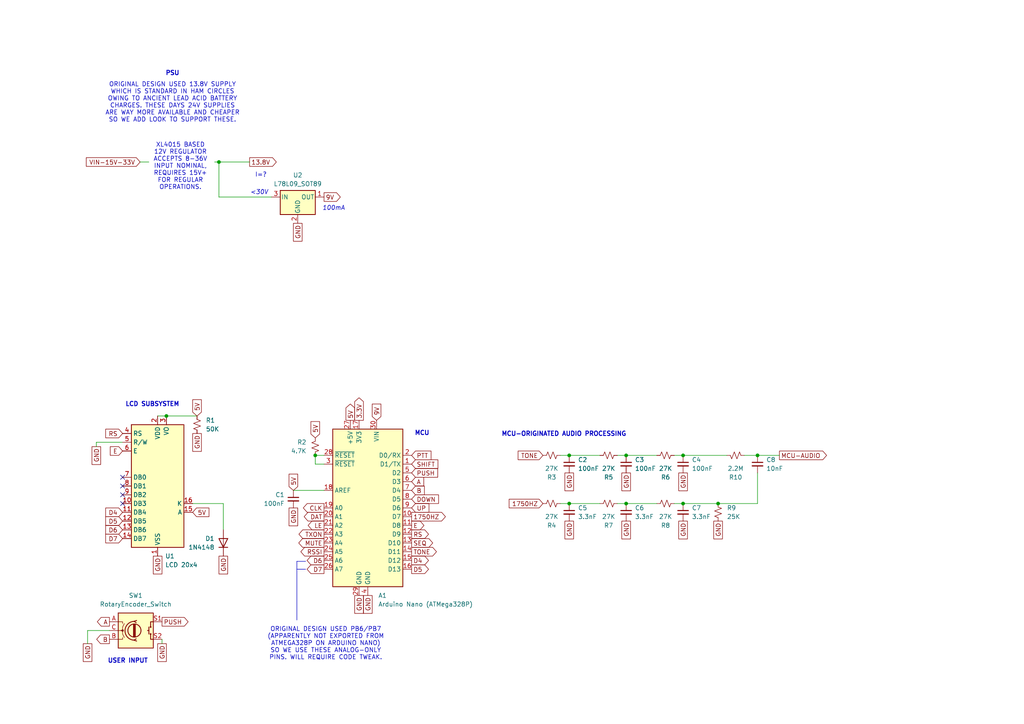
<source format=kicad_sch>
(kicad_sch (version 20231120) (generator "eeschema") (generator_version "8.0")
  (paper "A4")
  (lib_symbols
    (symbol "Device:C_Small" (pin_numbers hide) (pin_names (offset 0.254) hide)
      (property "Reference" "C" (at 0.254 1.778 0))
      (property "Value" "C_Small" (at 0.254 -2.032 0))
      (symbol "C_Small_0_1"
        (polyline (pts (xy -1.524 -0.508) (xy 1.524 -0.508)) (stroke (width 0.3302)))
        (polyline (pts (xy -1.524 0.508) (xy 1.524 0.508)) (stroke (width 0.3048)))
      )
      (symbol "C_Small_1_1"
        (pin passive line (at 0 2.54 270) (length 2.032) (name "~") (number "1"))
        (pin passive line (at 0 -2.54 90) (length 2.032) (name "~") (number "2"))
      )
    )
    (symbol "Device:R_Small_US" (pin_numbers hide) (pin_names (offset 0.254) hide)
      (property "Reference" "R" (at 0.762 0.508 0))
      (property "Value" "R_Small_US" (at 0.762 -1.016 0))
      (symbol "R_Small_US_1_1"
        (polyline (pts (xy 0 0) (xy 1.016 -0.381) (xy 0 -0.762) (xy -1.016 -1.143) (xy 0 -1.524)))
        (polyline (pts (xy 0 1.524) (xy 1.016 1.143) (xy 0 0.762) (xy -1.016 0.381) (xy 0 0)))
        (pin passive line (at 0 2.54 270) (length 1.016) (name "~") (number "1"))
        (pin passive line (at 0 -2.54 90) (length 1.016) (name "~") (number "2"))
      )
    )
    (symbol "Device:RotaryEncoder_Switch" (pin_names (offset 0.254) hide)
      (property "Reference" "SW" (at 0 6.604 0))
      (property "Value" "RotaryEncoder_Switch" (at 0 -6.604 0))
      (symbol "RotaryEncoder_Switch_0_1"
        (rectangle (start -5.08 5.08) (end 5.08 -5.08) (stroke (width 0.254)) (fill (type background)))
        (circle (center -3.81 0) (radius 0.254) (fill (type outline)))
        (circle (center -0.381 0) (radius 1.905) (stroke (width 0.254)))
        (arc (start -0.381 2.667) (mid -3.0988 -0.0635) (end -0.381 -2.794) (stroke (width 0.254)))
        (polyline (pts (xy -0.635 -1.778) (xy -0.635 1.778)) (stroke (width 0.254)))
        (polyline (pts (xy -0.381 -1.778) (xy -0.381 1.778)) (stroke (width 0.254)))
        (polyline (pts (xy -0.127 1.778) (xy -0.127 -1.778)) (stroke (width 0.254)))
        (polyline (pts (xy 3.81 0) (xy 3.429 0)) (stroke (width 0.254)))
        (polyline (pts (xy 3.81 1.016) (xy 3.81 -1.016)) (stroke (width 0.254)))
        (polyline (pts (xy -5.08 -2.54) (xy -3.81 -2.54) (xy -3.81 -2.032)))
        (polyline (pts (xy -5.08 2.54) (xy -3.81 2.54) (xy -3.81 2.032)))
        (polyline (pts (xy 0.254 -3.048) (xy -0.508 -2.794) (xy 0.127 -2.413)) (stroke (width 0.254)))
        (polyline (pts (xy 0.254 2.921) (xy -0.508 2.667) (xy 0.127 2.286)) (stroke (width 0.254)))
        (polyline (pts (xy 5.08 -2.54) (xy 4.318 -2.54) (xy 4.318 -1.016)) (stroke (width 0.254)))
        (polyline (pts (xy 5.08 2.54) (xy 4.318 2.54) (xy 4.318 1.016)) (stroke (width 0.254)))
        (polyline (pts (xy -5.08 0) (xy -3.81 0) (xy -3.81 -1.016) (xy -3.302 -2.032)))
        (polyline (pts (xy -4.318 0) (xy -3.81 0) (xy -3.81 1.016) (xy -3.302 2.032)))
        (circle (center 4.318 -1.016) (radius 0.127) (stroke (width 0.254)))
        (circle (center 4.318 1.016) (radius 0.127) (stroke (width 0.254)))
      )
      (symbol "RotaryEncoder_Switch_1_1"
        (pin passive line (at -7.62 2.54 0) (length 2.54) (name "A") (number "A"))
        (pin passive line (at -7.62 -2.54 0) (length 2.54) (name "B") (number "B"))
        (pin passive line (at -7.62 0 0) (length 2.54) (name "C") (number "C"))
        (pin passive line (at 7.62 2.54 180) (length 2.54) (name "S1") (number "S1"))
        (pin passive line (at 7.62 -2.54 180) (length 2.54) (name "S2") (number "S2"))
      )
    )
    (symbol "Diode:1N4148" (pin_numbers hide) (pin_names hide)
      (property "Reference" "D" (at 0 2.54 0))
      (property "Value" "1N4148" (at 0 -2.54 0))
      (symbol "1N4148_0_1"
        (polyline (pts (xy -1.27 1.27) (xy -1.27 -1.27)) (stroke (width 0.254)))
        (polyline (pts (xy 1.27 0) (xy -1.27 0)))
        (polyline (pts (xy 1.27 1.27) (xy 1.27 -1.27) (xy -1.27 0) (xy 1.27 1.27)) (stroke (width 0.254)))
      )
      (symbol "1N4148_1_1"
        (pin passive line (at -3.81 0 0) (length 2.54) (name "K") (number "1"))
        (pin passive line (at 3.81 0 180) (length 2.54) (name "A") (number "2"))
      )
    )
    (symbol "Display_Character:NHD-0420H1Z"
      (property "Reference" "U" (at -6.35 19.05 0))
      (property "Value" "NHD-0420H1Z" (at 5.08 19.05 0))
      (symbol "NHD-0420H1Z_0_1"
        (rectangle (start -7.62 17.78) (end 7.62 -17.78) (stroke (width 0.254)) (fill (type background)))
      )
      (symbol "NHD-0420H1Z_1_1"
        (pin power_in line (at 0 -20.32 90) (length 2.54) (name "VSS") (number "1"))
        (pin bidirectional line (at -10.16 -5.08 0) (length 2.54) (name "DB3") (number "10"))
        (pin bidirectional line (at -10.16 -7.62 0) (length 2.54) (name "DB4") (number "11"))
        (pin bidirectional line (at -10.16 -10.16 0) (length 2.54) (name "DB5") (number "12"))
        (pin bidirectional line (at -10.16 -12.7 0) (length 2.54) (name "DB6") (number "13"))
        (pin bidirectional line (at -10.16 -15.24 0) (length 2.54) (name "DB7") (number "14"))
        (pin passive line (at 10.16 -7.62 180) (length 2.54) (name "A") (number "15"))
        (pin passive line (at 10.16 -5.08 180) (length 2.54) (name "K") (number "16"))
        (pin power_in line (at 0 20.32 270) (length 2.54) (name "VDD") (number "2"))
        (pin power_in line (at 2.54 20.32 270) (length 2.54) (name "VO") (number "3"))
        (pin input line (at -10.16 15.24 0) (length 2.54) (name "RS") (number "4"))
        (pin input line (at -10.16 12.7 0) (length 2.54) (name "R/W") (number "5"))
        (pin input line (at -10.16 10.16 0) (length 2.54) (name "E") (number "6"))
        (pin bidirectional line (at -10.16 2.54 0) (length 2.54) (name "DB0") (number "7"))
        (pin bidirectional line (at -10.16 0 0) (length 2.54) (name "DB1") (number "8"))
        (pin bidirectional line (at -10.16 -2.54 0) (length 2.54) (name "DB2") (number "9"))
      )
    )
    (symbol "MCU_Module:Arduino_Nano_v3.x"
      (property "Reference" "A" (at -10.16 23.495 0))
      (property "Value" "Arduino_Nano_v3.x" (at 5.08 -24.13 0))
      (symbol "Arduino_Nano_v3.x_0_1"
        (rectangle (start -10.16 22.86) (end 10.16 -22.86) (stroke (width 0.254)) (fill (type background)))
      )
      (symbol "Arduino_Nano_v3.x_1_1"
        (pin bidirectional line (at -12.7 12.7 0) (length 2.54) (name "D1/TX") (number "1"))
        (pin bidirectional line (at -12.7 -2.54 0) (length 2.54) (name "D7") (number "10"))
        (pin bidirectional line (at -12.7 -5.08 0) (length 2.54) (name "D8") (number "11"))
        (pin bidirectional line (at -12.7 -7.62 0) (length 2.54) (name "D9") (number "12"))
        (pin bidirectional line (at -12.7 -10.16 0) (length 2.54) (name "D10") (number "13"))
        (pin bidirectional line (at -12.7 -12.7 0) (length 2.54) (name "D11") (number "14"))
        (pin bidirectional line (at -12.7 -15.24 0) (length 2.54) (name "D12") (number "15"))
        (pin bidirectional line (at -12.7 -17.78 0) (length 2.54) (name "D13") (number "16"))
        (pin power_out line (at 2.54 25.4 270) (length 2.54) (name "3V3") (number "17"))
        (pin input line (at 12.7 5.08 180) (length 2.54) (name "AREF") (number "18"))
        (pin bidirectional line (at 12.7 0 180) (length 2.54) (name "A0") (number "19"))
        (pin bidirectional line (at -12.7 15.24 0) (length 2.54) (name "D0/RX") (number "2"))
        (pin bidirectional line (at 12.7 -2.54 180) (length 2.54) (name "A1") (number "20"))
        (pin bidirectional line (at 12.7 -5.08 180) (length 2.54) (name "A2") (number "21"))
        (pin bidirectional line (at 12.7 -7.62 180) (length 2.54) (name "A3") (number "22"))
        (pin bidirectional line (at 12.7 -10.16 180) (length 2.54) (name "A4") (number "23"))
        (pin bidirectional line (at 12.7 -12.7 180) (length 2.54) (name "A5") (number "24"))
        (pin bidirectional line (at 12.7 -15.24 180) (length 2.54) (name "A6") (number "25"))
        (pin bidirectional line (at 12.7 -17.78 180) (length 2.54) (name "A7") (number "26"))
        (pin power_out line (at 5.08 25.4 270) (length 2.54) (name "+5V") (number "27"))
        (pin input line (at 12.7 15.24 180) (length 2.54) (name "~{RESET}") (number "28"))
        (pin power_in line (at 2.54 -25.4 90) (length 2.54) (name "GND") (number "29"))
        (pin input line (at 12.7 12.7 180) (length 2.54) (name "~{RESET}") (number "3"))
        (pin power_in line (at -2.54 25.4 270) (length 2.54) (name "VIN") (number "30"))
        (pin power_in line (at 0 -25.4 90) (length 2.54) (name "GND") (number "4"))
        (pin bidirectional line (at -12.7 10.16 0) (length 2.54) (name "D2") (number "5"))
        (pin bidirectional line (at -12.7 7.62 0) (length 2.54) (name "D3") (number "6"))
        (pin bidirectional line (at -12.7 5.08 0) (length 2.54) (name "D4") (number "7"))
        (pin bidirectional line (at -12.7 2.54 0) (length 2.54) (name "D5") (number "8"))
        (pin bidirectional line (at -12.7 0 0) (length 2.54) (name "D6") (number "9"))
      )
    )
    (symbol "Regulator_Linear:L78L09_SOT89" (pin_names (offset 0.254))
      (property "Reference" "U" (at -3.81 3.175 0))
      (property "Value" "L78L09_SOT89" (at -0.635 3.175 0))
      (symbol "L78L09_SOT89_0_1"
        (rectangle (start -5.08 1.905) (end 5.08 -5.08) (stroke (width 0.254)) (fill (type background)))
      )
      (symbol "L78L09_SOT89_1_1"
        (pin power_out line (at 7.62 0 180) (length 2.54) (name "OUT") (number "1"))
        (pin power_in line (at 0 -7.62 90) (length 2.54) (name "GND") (number "2"))
        (pin power_in line (at -7.62 0 0) (length 2.54) (name "IN") (number "3"))
      )
    )
  )
  (junction (at 165.1 132.08))
  (junction (at 208.28 146.05))
  (junction (at 198.12 132.08))
  (junction (at 198.12 146.05))
  (junction (at 63.5 46.99))
  (junction (at 165.1 146.05))
  (junction (at 181.61 146.05))
  (junction (at 48.26 120.65))
  (junction (at 181.61 132.08))
  (junction (at 219.71 132.08))
  (junction (at 91.44 132.08))
  (no_connect (at 35.56 138.43))
  (no_connect (at 35.56 140.97))
  (no_connect (at 35.56 143.51))
  (no_connect (at 35.56 146.05))
  (wire (pts (xy 64.77 153.67) (xy 64.77 146.05)))
  (wire (pts (xy 91.44 132.08) (xy 93.98 132.08)))
  (wire (pts (xy 35.56 128.27) (xy 27.94 128.27)))
  (wire (pts (xy 85.09 142.24) (xy 93.98 142.24)))
  (wire (pts (xy 40.64 46.99) (xy 43.18 46.99)))
  (wire (pts (xy 62.23 46.99) (xy 63.5 46.99)))
  (wire (pts (xy 63.5 46.99) (xy 63.5 57.15)))
  (wire (pts (xy 219.71 132.08) (xy 226.06 132.08)))
  (wire (pts (xy 198.12 132.08) (xy 210.82 132.08)))
  (wire (pts (xy 181.61 146.05) (xy 190.5 146.05)))
  (wire (pts (xy 219.71 137.16) (xy 219.71 146.05)))
  (wire (pts (xy 181.61 132.08) (xy 190.5 132.08)))
  (wire (pts (xy 179.07 132.08) (xy 181.61 132.08)))
  (polyline (pts (xy 86.106 162.814) (xy 86.106 179.832)) (stroke (width 0) (type solid)))
  (polyline (pts (xy 86.106 162.814) (xy 88.646 162.814)) (stroke (width 0) (type solid)))
  (wire (pts (xy 46.99 185.42) (xy 46.99 186.69)))
  (wire (pts (xy 215.9 132.08) (xy 219.71 132.08)))
  (polyline (pts (xy 86.106 165.1) (xy 88.646 165.1)) (stroke (width 0) (type solid)))
  (wire (pts (xy 48.26 120.65) (xy 57.15 120.65)))
  (wire (pts (xy 25.4 186.69) (xy 25.4 182.88)))
  (wire (pts (xy 78.74 57.15) (xy 63.5 57.15)))
  (wire (pts (xy 179.07 146.05) (xy 181.61 146.05)))
  (wire (pts (xy 27.94 128.27) (xy 27.94 129.54)))
  (wire (pts (xy 63.5 46.99) (xy 72.39 46.99)))
  (wire (pts (xy 25.4 182.88) (xy 31.75 182.88)))
  (wire (pts (xy 91.44 134.62) (xy 93.98 134.62)))
  (wire (pts (xy 55.88 146.05) (xy 64.77 146.05)))
  (wire (pts (xy 162.56 146.05) (xy 165.1 146.05)))
  (wire (pts (xy 45.72 120.65) (xy 48.26 120.65)))
  (wire (pts (xy 165.1 132.08) (xy 173.99 132.08)))
  (wire (pts (xy 165.1 146.05) (xy 173.99 146.05)))
  (wire (pts (xy 219.71 146.05) (xy 208.28 146.05)))
  (wire (pts (xy 198.12 146.05) (xy 208.28 146.05)))
  (wire (pts (xy 195.58 146.05) (xy 198.12 146.05)))
  (wire (pts (xy 195.58 132.08) (xy 198.12 132.08)))
  (wire (pts (xy 162.56 132.08) (xy 165.1 132.08)))
  (wire (pts (xy 91.44 132.08) (xy 91.44 134.62)))
  (text "ORIGINAL DESIGN USED 13.8V SUPPLY\nWHICH IS STANDARD IN HAM CIRCLES\nOWING TO ANCIENT LEAD ACID BATTERY\nCHARGES. THESE DAYS 24V SUPPLIES\nARE WAY MORE AVAILABLE AND CHEAPER\nSO WE ADD LOOK TO SUPPORT THESE." (at 50.038 29.718 0) (effects (font (size 1.27 1.27))))
  (text "MCU" (at 122.428 125.73 0) (effects (font (size 1.27 1.27) (thickness 0.254) (bold yes))))
  (text "LCD SUBSYSTEM" (at 44.196 117.348 0) (effects (font (size 1.27 1.27) (thickness 0.254) (bold yes))))
  (text "XL4015 BASED\n12V REGULATOR\nACCEPTS 8-36V\nINPUT NOMINAL,\nREQUIRES 15V+\nFOR REGULAR\nOPERATIONS." (at 52.324 48.26 0) (effects (font (size 1.27 1.27))))
  (text "<30V" (at 75.184 55.88 0) (effects (font (size 1.27 1.27) (italic yes))))
  (text "PSU" (at 50.038 21.336 0) (effects (font (size 1.27 1.27) (thickness 0.254) (bold yes))))
  (text "100mA" (at 96.774 60.452 0) (effects (font (size 1.27 1.27) (italic yes))))
  (text "I=?" (at 75.692 50.8 0) (effects (font (size 1.27 1.27))))
  (text "USER INPUT" (at 37.084 191.77 0) (effects (font (size 1.27 1.27) (thickness 0.254) (bold yes))))
  (text "MCU-ORIGINATED AUDIO PROCESSING" (at 163.576 125.984 0) (effects (font (size 1.27 1.27) (thickness 0.254) (bold yes))))
  (text "ORIGINAL DESIGN USED PB6/PB7\n(APPARENTLY NOT EXPORTED FROM\nATMEGA328P ON ARDUINO NANO)\nSO WE USE THESE ANALOG-ONLY\nPINS. WILL REQUIRE CODE TWEAK." (at 94.488 186.69 0) (effects (font (size 1.27 1.27))))
  (global_label "GND" (shape passive) (at 181.61 137.16 270) (property "Intersheetrefs" "${INTERSHEET_REFS}" (effects (hide yes))))
  (global_label "GND" (shape passive) (at 198.12 151.13 270) (property "Intersheetrefs" "${INTERSHEET_REFS}" (effects (hide yes))))
  (global_label "LE" (shape output) (at 93.98 152.4 180) (property "Intersheetrefs" "${INTERSHEET_REFS}" (effects (hide yes))))
  (global_label "GND" (shape passive) (at 208.28 151.13 270) (property "Intersheetrefs" "${INTERSHEET_REFS}" (effects (hide yes))))
  (global_label "GND" (shape passive) (at 104.14 172.72 270) (property "Intersheetrefs" "${INTERSHEET_REFS}" (effects (hide yes))))
  (global_label "1750HZ" (shape output) (at 119.38 149.86 0) (property "Intersheetrefs" "${INTERSHEET_REFS}" (effects (hide yes))))
  (global_label "GND" (shape passive) (at 85.09 147.32 270) (property "Intersheetrefs" "${INTERSHEET_REFS}" (effects (hide yes))))
  (global_label "3.3V" (shape output) (at 104.14 121.92 90) (property "Intersheetrefs" "${INTERSHEET_REFS}" (effects (hide yes))))
  (global_label "TXON" (shape output) (at 93.98 154.94 180) (property "Intersheetrefs" "${INTERSHEET_REFS}" (effects (hide yes))))
  (global_label "1750HZ" (shape input) (at 157.48 146.05 180) (property "Intersheetrefs" "${INTERSHEET_REFS}" (effects (hide yes))))
  (global_label "D5" (shape output) (at 119.38 165.1 0) (property "Intersheetrefs" "${INTERSHEET_REFS}" (effects (hide yes))))
  (global_label "GND" (shape passive) (at 64.77 161.29 270) (property "Intersheetrefs" "${INTERSHEET_REFS}" (effects (hide yes))))
  (global_label "B" (shape input) (at 119.38 142.24 0) (property "Intersheetrefs" "${INTERSHEET_REFS}" (effects (hide yes))))
  (global_label "GND" (shape passive) (at 165.1 151.13 270) (property "Intersheetrefs" "${INTERSHEET_REFS}" (effects (hide yes))))
  (global_label "TONE" (shape input) (at 157.48 132.08 180) (property "Intersheetrefs" "${INTERSHEET_REFS}" (effects (hide yes))))
  (global_label "GND" (shape passive) (at 46.99 186.69 270) (property "Intersheetrefs" "${INTERSHEET_REFS}" (effects (hide yes))))
  (global_label "GND" (shape passive) (at 45.72 161.29 270) (property "Intersheetrefs" "${INTERSHEET_REFS}" (effects (hide yes))))
  (global_label "PUSH" (shape input) (at 119.38 137.16 0) (property "Intersheetrefs" "${INTERSHEET_REFS}" (effects (hide yes))))
  (global_label "D6" (shape input) (at 35.56 153.67 180) (property "Intersheetrefs" "${INTERSHEET_REFS}" (effects (hide yes))))
  (global_label "RSSI" (shape output) (at 93.98 160.02 180) (property "Intersheetrefs" "${INTERSHEET_REFS}" (effects (hide yes))))
  (global_label "13.8V" (shape output) (at 72.39 46.99 0) (property "Intersheetrefs" "${INTERSHEET_REFS}" (effects (hide yes))))
  (global_label "5V" (shape input) (at 91.44 127 90) (property "Intersheetrefs" "${INTERSHEET_REFS}" (effects (hide yes))))
  (global_label "GND" (shape passive) (at 57.15 125.73 270) (property "Intersheetrefs" "${INTERSHEET_REFS}" (effects (hide yes))))
  (global_label "B" (shape output) (at 31.75 185.42 180) (property "Intersheetrefs" "${INTERSHEET_REFS}" (effects (hide yes))))
  (global_label "5V" (shape input) (at 85.09 142.24 90) (property "Intersheetrefs" "${INTERSHEET_REFS}" (effects (hide yes))))
  (global_label "MUTE" (shape output) (at 93.98 157.48 180) (property "Intersheetrefs" "${INTERSHEET_REFS}" (effects (hide yes))))
  (global_label "5V" (shape input) (at 55.88 148.59 0) (property "Intersheetrefs" "${INTERSHEET_REFS}" (effects (hide yes))))
  (global_label "GND" (shape passive) (at 27.94 129.54 270) (property "Intersheetrefs" "${INTERSHEET_REFS}" (effects (hide yes))))
  (global_label "E" (shape input) (at 35.56 130.81 180) (property "Intersheetrefs" "${INTERSHEET_REFS}" (effects (hide yes))))
  (global_label "GND" (shape passive) (at 198.12 137.16 270) (property "Intersheetrefs" "${INTERSHEET_REFS}" (effects (hide yes))))
  (global_label "GND" (shape passive) (at 25.4 186.69 270) (property "Intersheetrefs" "${INTERSHEET_REFS}" (effects (hide yes))))
  (global_label "TONE" (shape output) (at 119.38 160.02 0) (property "Intersheetrefs" "${INTERSHEET_REFS}" (effects (hide yes))))
  (global_label "UP" (shape input) (at 119.38 147.32 0) (property "Intersheetrefs" "${INTERSHEET_REFS}" (effects (hide yes))))
  (global_label "5V" (shape output) (at 101.6 121.92 90) (property "Intersheetrefs" "${INTERSHEET_REFS}" (effects (hide yes))))
  (global_label "SEQ" (shape output) (at 119.38 157.48 0) (property "Intersheetrefs" "${INTERSHEET_REFS}" (effects (hide yes))))
  (global_label "D5" (shape input) (at 35.56 151.13 180) (property "Intersheetrefs" "${INTERSHEET_REFS}" (effects (hide yes))))
  (global_label "D6" (shape output) (at 93.98 162.56 180) (property "Intersheetrefs" "${INTERSHEET_REFS}" (effects (hide yes))))
  (global_label "PTT" (shape input) (at 119.38 132.08 0) (property "Intersheetrefs" "${INTERSHEET_REFS}" (effects (hide yes))))
  (global_label "GND" (shape passive) (at 165.1 137.16 270) (property "Intersheetrefs" "${INTERSHEET_REFS}" (effects (hide yes))))
  (global_label "D4" (shape output) (at 119.38 162.56 0) (property "Intersheetrefs" "${INTERSHEET_REFS}" (effects (hide yes))))
  (global_label "RS" (shape output) (at 119.38 154.94 0) (property "Intersheetrefs" "${INTERSHEET_REFS}" (effects (hide yes))))
  (global_label "MCU-AUDIO" (shape output) (at 226.06 132.08 0) (property "Intersheetrefs" "${INTERSHEET_REFS}" (effects (hide yes))))
  (global_label "9V" (shape input) (at 109.22 121.92 90) (property "Intersheetrefs" "${INTERSHEET_REFS}" (effects (hide yes))))
  (global_label "D4" (shape input) (at 35.56 148.59 180) (property "Intersheetrefs" "${INTERSHEET_REFS}" (effects (hide yes))))
  (global_label "E" (shape output) (at 119.38 152.4 0) (property "Intersheetrefs" "${INTERSHEET_REFS}" (effects (hide yes))))
  (global_label "SHIFT" (shape input) (at 119.38 134.62 0) (property "Intersheetrefs" "${INTERSHEET_REFS}" (effects (hide yes))))
  (global_label "RS" (shape input) (at 35.56 125.73 180) (property "Intersheetrefs" "${INTERSHEET_REFS}" (effects (hide yes))))
  (global_label "DOWN" (shape input) (at 119.38 144.78 0) (property "Intersheetrefs" "${INTERSHEET_REFS}" (effects (hide yes))))
  (global_label "GND" (shape passive) (at 106.68 172.72 270) (property "Intersheetrefs" "${INTERSHEET_REFS}" (effects (hide yes))))
  (global_label "PUSH" (shape output) (at 46.99 180.34 0) (property "Intersheetrefs" "${INTERSHEET_REFS}" (effects (hide yes))))
  (global_label "5V" (shape input) (at 57.15 120.65 90) (property "Intersheetrefs" "${INTERSHEET_REFS}" (effects (hide yes))))
  (global_label "9V" (shape output) (at 93.98 57.15 0) (property "Intersheetrefs" "${INTERSHEET_REFS}" (effects (hide yes))))
  (global_label "DAT" (shape output) (at 93.98 149.86 180) (property "Intersheetrefs" "${INTERSHEET_REFS}" (effects (hide yes))))
  (global_label "A" (shape input) (at 119.38 139.7 0) (property "Intersheetrefs" "${INTERSHEET_REFS}" (effects (hide yes))))
  (global_label "A" (shape output) (at 31.75 180.34 180) (property "Intersheetrefs" "${INTERSHEET_REFS}" (effects (hide yes))))
  (global_label "D7" (shape input) (at 35.56 156.21 180) (property "Intersheetrefs" "${INTERSHEET_REFS}" (effects (hide yes))))
  (global_label "GND" (shape passive) (at 86.36 64.77 270) (property "Intersheetrefs" "${INTERSHEET_REFS}" (effects (hide yes))))
  (global_label "D7" (shape output) (at 93.98 165.1 180) (property "Intersheetrefs" "${INTERSHEET_REFS}" (effects (hide yes))))
  (global_label "VIN-15V-33V" (shape input) (at 40.64 46.99 180) (property "Intersheetrefs" "${INTERSHEET_REFS}" (effects (hide yes))))
  (global_label "CLK" (shape output) (at 93.98 147.32 180) (property "Intersheetrefs" "${INTERSHEET_REFS}" (effects (hide yes))))
  (global_label "GND" (shape passive) (at 181.61 151.13 270) (property "Intersheetrefs" "${INTERSHEET_REFS}" (effects (hide yes))))
  (symbol (lib_id "Device:C_Small") (at 181.61 134.62 0) (unit 1)
    (property "Reference" "C3" (at 184.15 133.3562 0) (effects (justify left)))
    (property "Value" "100nF" (at 184.15 135.8962 0) (effects (justify left)))
    (property "Description" "Unpolarized capacitor, small symbol" (effects (hide yes)))
  )
  (symbol (lib_id "Device:C_Small") (at 165.1 148.59 0) (unit 1)
    (property "Reference" "C5" (at 167.64 147.3262 0) (effects (justify left)))
    (property "Value" "3.3nF" (at 167.64 149.8662 0) (effects (justify left)))
    (property "Description" "Unpolarized capacitor, small symbol" (effects (hide yes)))
  )
  (symbol (lib_id "Device:R_Small_US") (at 160.02 146.05 90) (unit 1)
    (property "Reference" "R4" (at 160.02 152.4 90))
    (property "Value" "27K" (at 160.02 149.86 90))
    (property "Description" "Resistor, small US symbol" (effects (hide yes)))
  )
  (symbol (lib_id "Device:C_Small") (at 165.1 134.62 0) (unit 1)
    (property "Reference" "C2" (at 167.64 133.3562 0) (effects (justify left)))
    (property "Value" "100nF" (at 167.64 135.8962 0) (effects (justify left)))
    (property "Description" "Unpolarized capacitor, small symbol" (effects (hide yes)))
  )
  (symbol (lib_id "Device:R_Small_US") (at 213.36 132.08 270) (mirror x) (unit 1)
    (property "Reference" "R10" (at 213.36 138.43 90))
    (property "Value" "2.2M" (at 213.36 135.89 90))
    (property "Description" "Resistor, small US symbol" (effects (hide yes)))
  )
  (symbol (lib_id "Diode:1N4148") (at 64.77 157.48 270) (mirror x) (unit 1)
    (property "Reference" "D1" (at 62.23 156.2099 90) (effects (justify right)))
    (property "Value" "1N4148" (at 62.23 158.7499 90) (effects (justify right)))
    (property "Footprint" "Diode_THT:D_DO-35_SOD27_P7.62mm_Horizontal" (effects (hide yes)))
    (property "Datasheet" "https://assets.nexperia.com/documents/data-sheet/1N4148_1N4448.pdf" (effects (hide yes)))
    (property "Description" "100V 0.15A standard switching diode, DO-35" (effects (hide yes)))
    (property "Sim.Device" "D" (effects (hide yes)))
    (property "Sim.Pins" "1=K 2=A" (effects (hide yes)))
  )
  (symbol (lib_id "Device:R_Small_US") (at 91.44 129.54 0) (mirror y) (unit 1)
    (property "Reference" "R2" (at 88.9 128.2699 0) (effects (justify left)))
    (property "Value" "4.7K" (at 88.9 130.8099 0) (effects (justify left)))
    (property "Description" "Resistor, small US symbol" (effects (hide yes)))
  )
  (symbol (lib_id "Device:R_Small_US") (at 160.02 132.08 90) (unit 1)
    (property "Reference" "R3" (at 160.02 138.43 90))
    (property "Value" "27K" (at 160.02 135.89 90))
    (property "Description" "Resistor, small US symbol" (effects (hide yes)))
  )
  (symbol (lib_id "Device:C_Small") (at 85.09 144.78 0) (mirror y) (unit 1)
    (property "Reference" "C1" (at 82.55 143.5162 0) (effects (justify left)))
    (property "Value" "100nF" (at 82.55 146.0562 0) (effects (justify left)))
    (property "Description" "Unpolarized capacitor, small symbol" (effects (hide yes)))
  )
  (symbol (lib_id "Device:C_Small") (at 198.12 148.59 0) (unit 1)
    (property "Reference" "C7" (at 200.66 147.3262 0) (effects (justify left)))
    (property "Value" "3.3nF" (at 200.66 149.8662 0) (effects (justify left)))
    (property "Description" "Unpolarized capacitor, small symbol" (effects (hide yes)))
  )
  (symbol (lib_id "Device:R_Small_US") (at 176.53 146.05 90) (unit 1)
    (property "Reference" "R7" (at 176.53 152.4 90))
    (property "Value" "27K" (at 176.53 149.86 90))
    (property "Description" "Resistor, small US symbol" (effects (hide yes)))
  )
  (symbol (lib_id "Device:R_Small_US") (at 193.04 132.08 90) (unit 1)
    (property "Reference" "R6" (at 193.04 138.43 90))
    (property "Value" "27K" (at 193.04 135.89 90))
    (property "Description" "Resistor, small US symbol" (effects (hide yes)))
  )
  (symbol (lib_id "Device:R_Small_US") (at 57.15 123.19 0) (unit 1)
    (property "Reference" "R1" (at 59.69 121.9199 0) (effects (justify left)))
    (property "Value" "50K" (at 59.69 124.4599 0) (effects (justify left)))
    (property "Description" "Resistor, small US symbol" (effects (hide yes)))
  )
  (symbol (lib_id "Device:C_Small") (at 219.71 134.62 0) (unit 1)
    (property "Reference" "C8" (at 222.25 133.3562 0) (effects (justify left)))
    (property "Value" "10nF" (at 222.25 135.8962 0) (effects (justify left)))
    (property "Description" "Unpolarized capacitor, small symbol" (effects (hide yes)))
  )
  (symbol (lib_id "Device:R_Small_US") (at 193.04 146.05 90) (unit 1)
    (property "Reference" "R8" (at 193.04 152.4 90))
    (property "Value" "27K" (at 193.04 149.86 90))
    (property "Description" "Resistor, small US symbol" (effects (hide yes)))
  )
  (symbol (lib_id "Device:RotaryEncoder_Switch") (at 39.37 182.88 0) (unit 1)
    (property "Reference" "SW1" (at 39.37 172.72 0))
    (property "Value" "RotaryEncoder_Switch" (at 39.37 175.26 0))
    (property "Description" "Rotary encoder, dual channel, incremental quadrate outputs, with switch" (effects (hide yes)))
  )
  (symbol (lib_id "Device:R_Small_US") (at 176.53 132.08 90) (unit 1)
    (property "Reference" "R5" (at 176.53 138.43 90))
    (property "Value" "27K" (at 176.53 135.89 90))
    (property "Description" "Resistor, small US symbol" (effects (hide yes)))
  )
  (symbol (lib_id "Device:R_Small_US") (at 208.28 148.59 0) (unit 1)
    (property "Reference" "R9" (at 210.82 147.3199 0) (effects (justify left)))
    (property "Value" "25K" (at 210.82 149.8599 0) (effects (justify left)))
    (property "Description" "Resistor, small US symbol" (effects (hide yes)))
  )
  (symbol (lib_id "Device:C_Small") (at 198.12 134.62 0) (unit 1)
    (property "Reference" "C4" (at 200.66 133.3562 0) (effects (justify left)))
    (property "Value" "100nF" (at 200.66 135.8962 0) (effects (justify left)))
    (property "Description" "Unpolarized capacitor, small symbol" (effects (hide yes)))
  )
  (symbol (lib_id "Device:C_Small") (at 181.61 148.59 0) (unit 1)
    (property "Reference" "C6" (at 184.15 147.3262 0) (effects (justify left)))
    (property "Value" "3.3nF" (at 184.15 149.8662 0) (effects (justify left)))
    (property "Description" "Unpolarized capacitor, small symbol" (effects (hide yes)))
  )
  (symbol (lib_id "MCU_Module:Arduino_Nano_v3.x") (at 106.68 147.32 0) (mirror y) (unit 1)
    (property "Reference" "A1" (at 109.6965 172.72 0) (effects (justify right)))
    (property "Value" "Arduino Nano (ATMega328P)" (at 109.6965 175.26 0) (effects (justify right)))
    (property "Footprint" "Module:Arduino_Nano" (effects (hide yes)))
    (property "Datasheet" "http://www.mouser.com/pdfdocs/Gravitech_Arduino_Nano3_0.pdf" (effects (hide yes)))
    (property "Description" "Arduino Nano v3.x" (effects (hide yes)))
  )
  (symbol (lib_id "Display_Character:NHD-0420H1Z") (at 45.72 140.97 0) (unit 1)
    (property "Reference" "U1" (at 47.9141 161.29 0) (effects (justify left)))
    (property "Value" "LCD 20x4" (at 47.9141 163.83 0) (effects (justify left)))
    (property "Footprint" "Display:NHD-0420H1Z" (effects (hide yes)))
    (property "Datasheet" "http://www.newhavendisplay.com/specs/NHD-0420H1Z-FSW-GBW-33V3.pdf" (effects (hide yes)))
    (property "Description" "LCD 20x4 Alphanumeric 16pin Blue/White/Green Backlight, 8bit parallel, 3.3V VDD" (effects (hide yes)))
  )
  (symbol (lib_id "Regulator_Linear:L78L09_SOT89") (at 86.36 57.15 0) (unit 1)
    (property "Reference" "U2" (at 86.36 50.8 0))
    (property "Value" "L78L09_SOT89" (at 86.36 53.34 0))
    (property "Footprint" "Package_TO_SOT_SMD:SOT-89-3" (effects (hide yes)))
    (property "Datasheet" "http://www.st.com/content/ccc/resource/technical/document/datasheet/15/55/e5/aa/23/5b/43/fd/CD00000446.pdf/files/CD00000446.pdf/jcr:content/translations/en.CD00000446.pdf" (effects (hide yes)))
    (property "Description" "Positive 100mA 30V Linear Regulator, Fixed Output 9V, SOT-89" (effects (hide yes)))
  )
)
</source>
